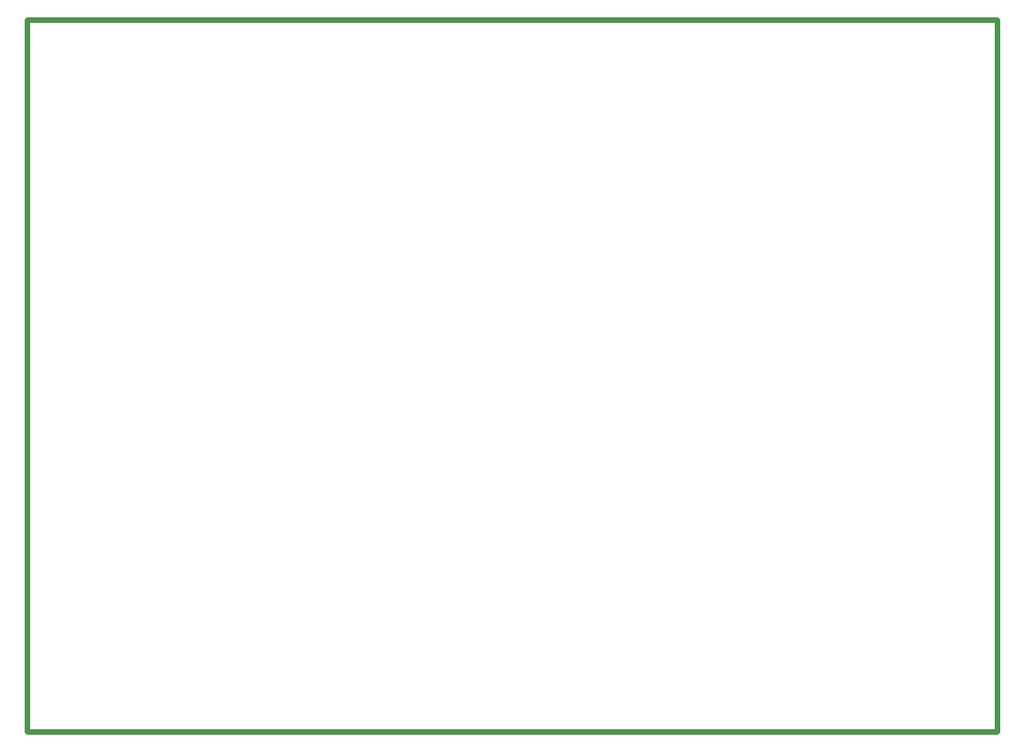
<source format=gbr>
%TF.GenerationSoftware,KiCad,Pcbnew,(6.0.9)*%
%TF.CreationDate,2023-11-09T09:29:15+01:00*%
%TF.ProjectId,LO_mother,4c4f5f6d-6f74-4686-9572-2e6b69636164,rev?*%
%TF.SameCoordinates,Original*%
%TF.FileFunction,Profile,NP*%
%FSLAX46Y46*%
G04 Gerber Fmt 4.6, Leading zero omitted, Abs format (unit mm)*
G04 Created by KiCad (PCBNEW (6.0.9)) date 2023-11-09 09:29:15*
%MOMM*%
%LPD*%
G01*
G04 APERTURE LIST*
%TA.AperFunction,Profile*%
%ADD10C,0.500000*%
%TD*%
G04 APERTURE END LIST*
D10*
X108712000Y-58166000D02*
X198628000Y-58166000D01*
X198628000Y-58166000D02*
X198628000Y-124206000D01*
X198628000Y-124206000D02*
X108712000Y-124206000D01*
X108712000Y-124206000D02*
X108712000Y-58166000D01*
M02*

</source>
